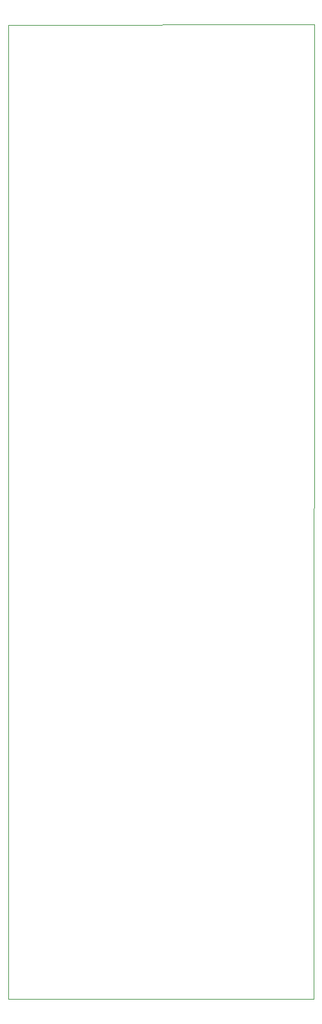
<source format=gbr>
%TF.GenerationSoftware,KiCad,Pcbnew,(6.0.2-0)*%
%TF.CreationDate,2022-04-19T15:29:28+02:00*%
%TF.ProjectId,blindeTaube,626c696e-6465-4546-9175-62652e6b6963,rev?*%
%TF.SameCoordinates,Original*%
%TF.FileFunction,Profile,NP*%
%FSLAX46Y46*%
G04 Gerber Fmt 4.6, Leading zero omitted, Abs format (unit mm)*
G04 Created by KiCad (PCBNEW (6.0.2-0)) date 2022-04-19 15:29:28*
%MOMM*%
%LPD*%
G01*
G04 APERTURE LIST*
%TA.AperFunction,Profile*%
%ADD10C,0.100000*%
%TD*%
G04 APERTURE END LIST*
D10*
X50850800Y-21691600D02*
X50901600Y-150164800D01*
X91338400Y-21640800D02*
X50850800Y-21691600D01*
X91236800Y-150164800D02*
X91338400Y-21640800D01*
X50901600Y-150164800D02*
X91236800Y-150164800D01*
M02*

</source>
